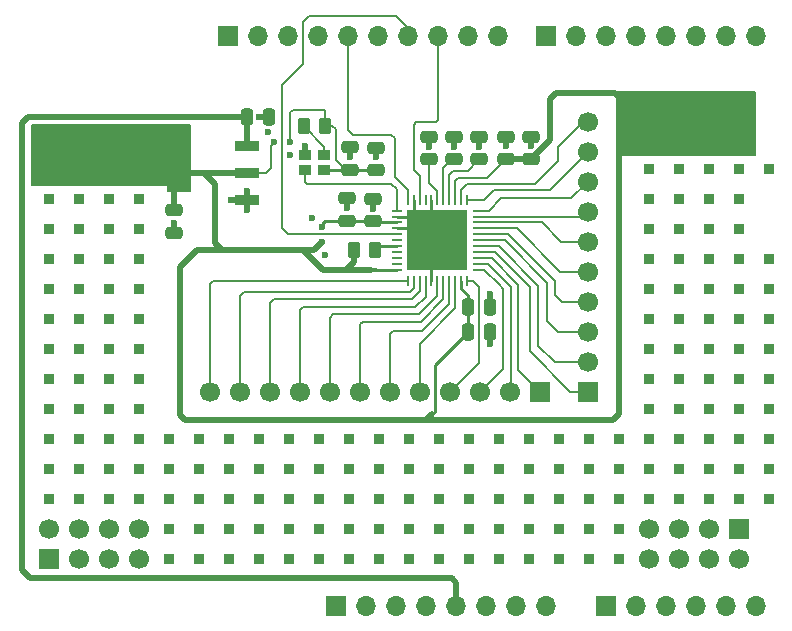
<source format=gbr>
%TF.GenerationSoftware,KiCad,Pcbnew,9.0.4*%
%TF.CreationDate,2025-10-19T02:38:57-06:00*%
%TF.ProjectId,2025_UNO_FPAA_PROTO_A_v1,32303235-5f55-44e4-9f5f-465041415f50,rev?*%
%TF.SameCoordinates,Original*%
%TF.FileFunction,Copper,L1,Top*%
%TF.FilePolarity,Positive*%
%FSLAX46Y46*%
G04 Gerber Fmt 4.6, Leading zero omitted, Abs format (unit mm)*
G04 Created by KiCad (PCBNEW 9.0.4) date 2025-10-19 02:38:57*
%MOMM*%
%LPD*%
G01*
G04 APERTURE LIST*
G04 Aperture macros list*
%AMRoundRect*
0 Rectangle with rounded corners*
0 $1 Rounding radius*
0 $2 $3 $4 $5 $6 $7 $8 $9 X,Y pos of 4 corners*
0 Add a 4 corners polygon primitive as box body*
4,1,4,$2,$3,$4,$5,$6,$7,$8,$9,$2,$3,0*
0 Add four circle primitives for the rounded corners*
1,1,$1+$1,$2,$3*
1,1,$1+$1,$4,$5*
1,1,$1+$1,$6,$7*
1,1,$1+$1,$8,$9*
0 Add four rect primitives between the rounded corners*
20,1,$1+$1,$2,$3,$4,$5,0*
20,1,$1+$1,$4,$5,$6,$7,0*
20,1,$1+$1,$6,$7,$8,$9,0*
20,1,$1+$1,$8,$9,$2,$3,0*%
G04 Aperture macros list end*
%TA.AperFunction,Conductor*%
%ADD10C,0.150000*%
%TD*%
%TA.AperFunction,ComponentPad*%
%ADD11R,1.700000X1.700000*%
%TD*%
%TA.AperFunction,ComponentPad*%
%ADD12O,1.700000X1.700000*%
%TD*%
%TA.AperFunction,ComponentPad*%
%ADD13R,0.850000X0.850000*%
%TD*%
%TA.AperFunction,SMDPad,CuDef*%
%ADD14RoundRect,0.250000X0.475000X-0.250000X0.475000X0.250000X-0.475000X0.250000X-0.475000X-0.250000X0*%
%TD*%
%TA.AperFunction,ComponentPad*%
%ADD15C,1.700000*%
%TD*%
%TA.AperFunction,SMDPad,CuDef*%
%ADD16RoundRect,0.250000X-0.250000X-0.475000X0.250000X-0.475000X0.250000X0.475000X-0.250000X0.475000X0*%
%TD*%
%TA.AperFunction,SMDPad,CuDef*%
%ADD17R,1.000000X0.900000*%
%TD*%
%TA.AperFunction,SMDPad,CuDef*%
%ADD18RoundRect,0.062500X0.062500X-0.375000X0.062500X0.375000X-0.062500X0.375000X-0.062500X-0.375000X0*%
%TD*%
%TA.AperFunction,SMDPad,CuDef*%
%ADD19RoundRect,0.062500X0.375000X-0.062500X0.375000X0.062500X-0.375000X0.062500X-0.375000X-0.062500X0*%
%TD*%
%TA.AperFunction,HeatsinkPad*%
%ADD20R,5.150000X5.150000*%
%TD*%
%TA.AperFunction,SMDPad,CuDef*%
%ADD21RoundRect,0.250000X-0.262500X-0.450000X0.262500X-0.450000X0.262500X0.450000X-0.262500X0.450000X0*%
%TD*%
%TA.AperFunction,SMDPad,CuDef*%
%ADD22R,2.150000X0.950000*%
%TD*%
%TA.AperFunction,SMDPad,CuDef*%
%ADD23R,2.150000X3.250000*%
%TD*%
%TA.AperFunction,SMDPad,CuDef*%
%ADD24RoundRect,0.250000X0.262500X0.450000X-0.262500X0.450000X-0.262500X-0.450000X0.262500X-0.450000X0*%
%TD*%
%TA.AperFunction,SMDPad,CuDef*%
%ADD25RoundRect,0.250000X-0.475000X0.250000X-0.475000X-0.250000X0.475000X-0.250000X0.475000X0.250000X0*%
%TD*%
%TA.AperFunction,ViaPad*%
%ADD26C,0.600000*%
%TD*%
%TA.AperFunction,Conductor*%
%ADD27C,0.254000*%
%TD*%
%TA.AperFunction,Conductor*%
%ADD28C,0.508000*%
%TD*%
%TA.AperFunction,Conductor*%
%ADD29C,0.203200*%
%TD*%
%TA.AperFunction,Conductor*%
%ADD30C,0.304800*%
%TD*%
G04 APERTURE END LIST*
%TO.N,+3V3*%
D10*
X102220000Y-56750000D02*
X115530000Y-56750000D01*
X115530000Y-61820000D01*
X102220000Y-61820000D01*
X102220000Y-56750000D01*
%TA.AperFunction,Conductor*%
G36*
X102220000Y-56750000D02*
G01*
X115530000Y-56750000D01*
X115530000Y-61820000D01*
X102220000Y-61820000D01*
X102220000Y-56750000D01*
G37*
%TD.AperFunction*%
X151690000Y-53980000D02*
X163400000Y-53980000D01*
X163400000Y-59280000D01*
X151690000Y-59280000D01*
X151690000Y-53980000D01*
%TA.AperFunction,Conductor*%
G36*
X151690000Y-53980000D02*
G01*
X163400000Y-53980000D01*
X163400000Y-59280000D01*
X151690000Y-59280000D01*
X151690000Y-53980000D01*
G37*
%TD.AperFunction*%
%TD*%
D11*
%TO.P,J1,1,Pin_1*%
%TO.N,unconnected-(J1-Pin_1-Pad1)*%
X127940000Y-97460000D03*
D12*
%TO.P,J1,2,Pin_2*%
%TO.N,unconnected-(J1-Pin_2-Pad2)*%
X130480000Y-97460000D03*
%TO.P,J1,3,Pin_3*%
%TO.N,unconnected-(J1-Pin_3-Pad3)*%
X133020000Y-97460000D03*
%TO.P,J1,4,Pin_4*%
%TO.N,unconnected-(J1-Pin_4-Pad4)*%
X135560000Y-97460000D03*
%TO.P,J1,5,Pin_5*%
%TO.N,+5V*%
X138100000Y-97460000D03*
%TO.P,J1,6,Pin_6*%
%TO.N,GND*%
X140640000Y-97460000D03*
%TO.P,J1,7,Pin_7*%
X143180000Y-97460000D03*
%TO.P,J1,8,Pin_8*%
%TO.N,VCC*%
X145720000Y-97460000D03*
%TD*%
D11*
%TO.P,J3,1,Pin_1*%
%TO.N,unconnected-(J3-Pin_1-Pad1)*%
X150800000Y-97460000D03*
D12*
%TO.P,J3,2,Pin_2*%
%TO.N,unconnected-(J3-Pin_2-Pad2)*%
X153340000Y-97460000D03*
%TO.P,J3,3,Pin_3*%
%TO.N,unconnected-(J3-Pin_3-Pad3)*%
X155880000Y-97460000D03*
%TO.P,J3,4,Pin_4*%
%TO.N,unconnected-(J3-Pin_4-Pad4)*%
X158420000Y-97460000D03*
%TO.P,J3,5,Pin_5*%
%TO.N,unconnected-(J3-Pin_5-Pad5)*%
X160960000Y-97460000D03*
%TO.P,J3,6,Pin_6*%
%TO.N,unconnected-(J3-Pin_6-Pad6)*%
X163500000Y-97460000D03*
%TD*%
D11*
%TO.P,J2,1,Pin_1*%
%TO.N,unconnected-(J2-Pin_1-Pad1)*%
X118796000Y-49200000D03*
D12*
%TO.P,J2,2,Pin_2*%
%TO.N,unconnected-(J2-Pin_2-Pad2)*%
X121336000Y-49200000D03*
%TO.P,J2,3,Pin_3*%
%TO.N,unconnected-(J2-Pin_3-Pad3)*%
X123876000Y-49200000D03*
%TO.P,J2,4,Pin_4*%
%TO.N,GND*%
X126416000Y-49200000D03*
%TO.P,J2,5,Pin_5*%
%TO.N,/SCLK*%
X128956000Y-49200000D03*
%TO.P,J2,6,Pin_6*%
%TO.N,unconnected-(J2-Pin_6-Pad6)*%
X131496000Y-49200000D03*
%TO.P,J2,7,Pin_7*%
%TO.N,/MOSI*%
X134036000Y-49200000D03*
%TO.P,J2,8,Pin_8*%
%TO.N,/SELb*%
X136576000Y-49200000D03*
%TO.P,J2,9,Pin_9*%
%TO.N,unconnected-(J2-Pin_9-Pad9)*%
X139116000Y-49200000D03*
%TO.P,J2,10,Pin_10*%
%TO.N,unconnected-(J2-Pin_10-Pad10)*%
X141656000Y-49200000D03*
%TD*%
D11*
%TO.P,J4,1,Pin_1*%
%TO.N,unconnected-(J4-Pin_1-Pad1)*%
X145720000Y-49200000D03*
D12*
%TO.P,J4,2,Pin_2*%
%TO.N,unconnected-(J4-Pin_2-Pad2)*%
X148260000Y-49200000D03*
%TO.P,J4,3,Pin_3*%
%TO.N,unconnected-(J4-Pin_3-Pad3)*%
X150800000Y-49200000D03*
%TO.P,J4,4,Pin_4*%
%TO.N,unconnected-(J4-Pin_4-Pad4)*%
X153340000Y-49200000D03*
%TO.P,J4,5,Pin_5*%
%TO.N,unconnected-(J4-Pin_5-Pad5)*%
X155880000Y-49200000D03*
%TO.P,J4,6,Pin_6*%
%TO.N,unconnected-(J4-Pin_6-Pad6)*%
X158420000Y-49200000D03*
%TO.P,J4,7,Pin_7*%
%TO.N,unconnected-(J4-Pin_7-Pad7)*%
X160960000Y-49200000D03*
%TO.P,J4,8,Pin_8*%
%TO.N,unconnected-(J4-Pin_8-Pad8)*%
X163500000Y-49200000D03*
%TD*%
D13*
%TO.P,REF\u002A\u002A203,1*%
%TO.N,N/C*%
X106140000Y-68060000D03*
%TD*%
%TO.P,REF\u002A\u002A197,1*%
%TO.N,N/C*%
X111220000Y-62980000D03*
%TD*%
%TO.P,REF\u002A\u002A183,1*%
%TO.N,N/C*%
X164560000Y-80760000D03*
%TD*%
D14*
%TO.P,C12,1*%
%TO.N,+3V3*%
X131320000Y-60550000D03*
%TO.P,C12,2*%
%TO.N,GND*%
X131320000Y-58650000D03*
%TD*%
D13*
%TO.P,REF\u002A\u002A199,1*%
%TO.N,N/C*%
X106140000Y-65520000D03*
%TD*%
%TO.P,REF\u002A\u002A40,1*%
%TO.N,N/C*%
X139160000Y-85840000D03*
%TD*%
D14*
%TO.P,C8,1*%
%TO.N,+3V3*%
X144450000Y-59640000D03*
%TO.P,C8,2*%
%TO.N,GND*%
X144450000Y-57740000D03*
%TD*%
D13*
%TO.P,REF\u002A\u002A5,1*%
%TO.N,N/C*%
X113760000Y-83300000D03*
%TD*%
%TO.P,REF\u002A\u002A181,1*%
%TO.N,N/C*%
X159480000Y-80760000D03*
%TD*%
%TO.P,REF\u002A\u002A42,1*%
%TO.N,N/C*%
X144240000Y-85840000D03*
%TD*%
%TO.P,REF\u002A\u002A174,1*%
%TO.N,N/C*%
X154400000Y-78220000D03*
%TD*%
%TO.P,REF\u002A\u002A87,1*%
%TO.N,N/C*%
X131540000Y-90920000D03*
%TD*%
%TO.P,REF\u002A\u002A74,1*%
%TO.N,N/C*%
X162020000Y-88380000D03*
%TD*%
%TO.P,REF\u002A\u002A95,1*%
%TO.N,N/C*%
X151860000Y-90920000D03*
%TD*%
%TO.P,REF\u002A\u002A156,1*%
%TO.N,N/C*%
X159480000Y-68060000D03*
%TD*%
%TO.P,REF\u002A\u002A225,1*%
%TO.N,N/C*%
X111220000Y-80760000D03*
%TD*%
%TO.P,REF\u002A\u002A222,1*%
%TO.N,N/C*%
X103600000Y-80760000D03*
%TD*%
D11*
%TO.P,J9,1,Pin_1*%
%TO.N,GND*%
X162020000Y-90920000D03*
D15*
%TO.P,J9,2,Pin_2*%
X162020000Y-93460000D03*
%TO.P,J9,3,Pin_3*%
X159480000Y-90920000D03*
%TO.P,J9,4,Pin_4*%
X159480000Y-93460000D03*
%TO.P,J9,5,Pin_5*%
X156940000Y-90920000D03*
%TO.P,J9,6,Pin_6*%
X156940000Y-93460000D03*
%TO.P,J9,7,Pin_7*%
X154400000Y-90920000D03*
%TO.P,J9,8,Pin_8*%
X154400000Y-93460000D03*
%TD*%
D13*
%TO.P,REF\u002A\u002A92,1*%
%TO.N,N/C*%
X144240000Y-90920000D03*
%TD*%
%TO.P,REF\u002A\u002A33,1*%
%TO.N,N/C*%
X121380000Y-85840000D03*
%TD*%
D16*
%TO.P,C4,1*%
%TO.N,+3V3*%
X139090000Y-72110000D03*
%TO.P,C4,2*%
%TO.N,GND*%
X140990000Y-72110000D03*
%TD*%
D13*
%TO.P,REF\u002A\u002A66,1*%
%TO.N,N/C*%
X141700000Y-88380000D03*
%TD*%
%TO.P,REF\u002A\u002A28,1*%
%TO.N,N/C*%
X108680000Y-85840000D03*
%TD*%
%TO.P,REF\u002A\u002A119,1*%
%TO.N,N/C*%
X149320000Y-93460000D03*
%TD*%
%TO.P,REF\u002A\u002A142,1*%
%TO.N,N/C*%
X162020000Y-60440000D03*
%TD*%
%TO.P,REF\u002A\u002A64,1*%
%TO.N,N/C*%
X136620000Y-88380000D03*
%TD*%
%TO.P,REF\u002A\u002A44,1*%
%TO.N,N/C*%
X149320000Y-85840000D03*
%TD*%
%TO.P,REF\u002A\u002A152,1*%
%TO.N,N/C*%
X162020000Y-65520000D03*
%TD*%
%TO.P,REF\u002A\u002A93,1*%
%TO.N,N/C*%
X146780000Y-90920000D03*
%TD*%
%TO.P,REF\u002A\u002A13,1*%
%TO.N,N/C*%
X134080000Y-83300000D03*
%TD*%
%TO.P,REF\u002A\u002A29,1*%
%TO.N,N/C*%
X111220000Y-85840000D03*
%TD*%
D11*
%TO.P,J12,1,Pin_1*%
%TO.N,/O3P*%
X145190000Y-79340000D03*
D15*
%TO.P,J12,2,Pin_2*%
%TO.N,/O3N*%
X142650000Y-79340000D03*
%TO.P,J12,3,Pin_3*%
%TO.N,/I3N*%
X140110000Y-79340000D03*
%TO.P,J12,4,Pin_4*%
%TO.N,/I3P*%
X137570000Y-79340000D03*
%TO.P,J12,5,Pin_5*%
%TO.N,/I2P*%
X135030000Y-79340000D03*
%TO.P,J12,6,Pin_6*%
%TO.N,/I2N*%
X132490000Y-79340000D03*
%TO.P,J12,7,Pin_7*%
%TO.N,/O2N*%
X129950000Y-79340000D03*
%TO.P,J12,8,Pin_8*%
%TO.N,/O2P*%
X127410000Y-79340000D03*
%TO.P,J12,9,Pin_9*%
%TO.N,/O1P*%
X124870000Y-79340000D03*
%TO.P,J12,10,Pin_10*%
%TO.N,/O1N*%
X122330000Y-79340000D03*
%TO.P,J12,11,Pin_11*%
%TO.N,/I1N*%
X119790000Y-79340000D03*
%TO.P,J12,12,Pin_12*%
%TO.N,/I1P*%
X117250000Y-79340000D03*
%TD*%
D13*
%TO.P,REF\u002A\u002A223,1*%
%TO.N,N/C*%
X106140000Y-80760000D03*
%TD*%
%TO.P,REF\u002A\u002A81,1*%
%TO.N,N/C*%
X116300000Y-90920000D03*
%TD*%
%TO.P,REF\u002A\u002A218,1*%
%TO.N,N/C*%
X103600000Y-78220000D03*
%TD*%
%TO.P,REF\u002A\u002A201,1*%
%TO.N,N/C*%
X111220000Y-65520000D03*
%TD*%
%TO.P,REF\u002A\u002A204,1*%
%TO.N,N/C*%
X108680000Y-68060000D03*
%TD*%
%TO.P,REF\u002A\u002A11,1*%
%TO.N,N/C*%
X129000000Y-83300000D03*
%TD*%
D16*
%TO.P,C9,1*%
%TO.N,+3V3*%
X139090000Y-74240000D03*
%TO.P,C9,2*%
%TO.N,GND*%
X140990000Y-74240000D03*
%TD*%
D13*
%TO.P,REF\u002A\u002A151,1*%
%TO.N,N/C*%
X159480000Y-65520000D03*
%TD*%
D17*
%TO.P,Y2,1,TRI_STATE*%
%TO.N,Net-(Y2-TRI_STATE)*%
X126945000Y-59315000D03*
%TO.P,Y2,2,GND/CASE*%
%TO.N,GND*%
X125320000Y-59315000D03*
%TO.P,Y2,3,OUTPUT*%
%TO.N,/ACLK*%
X125320000Y-60540000D03*
%TO.P,Y2,4,VDD*%
%TO.N,+3V3*%
X126945000Y-60540000D03*
%TD*%
D18*
%TO.P,U2,1,I1P*%
%TO.N,/I1P*%
X134005000Y-69932500D03*
%TO.P,U2,2,I1N*%
%TO.N,/I1N*%
X134505000Y-69932500D03*
%TO.P,U2,3,O1N*%
%TO.N,/O1N*%
X135005000Y-69932500D03*
%TO.P,U2,4,O1P*%
%TO.N,/O1P*%
X135505000Y-69932500D03*
%TO.P,U2,5,AVSS*%
%TO.N,GND*%
X136005000Y-69932500D03*
%TO.P,U2,6,O2P*%
%TO.N,/O2P*%
X136505000Y-69932500D03*
%TO.P,U2,7,O2N*%
%TO.N,/O2N*%
X137005000Y-69932500D03*
%TO.P,U2,8,I2N*%
%TO.N,/I2N*%
X137505000Y-69932500D03*
%TO.P,U2,9,I2P*%
%TO.N,/I2P*%
X138005000Y-69932500D03*
%TO.P,U2,10,AVDD*%
%TO.N,+3V3*%
X138505000Y-69932500D03*
%TO.P,U2,11,I3P*%
%TO.N,/I3P*%
X139005000Y-69932500D03*
D19*
%TO.P,U2,12,I3N*%
%TO.N,/I3N*%
X139942500Y-68995000D03*
%TO.P,U2,13,O3N*%
%TO.N,/O3N*%
X139942500Y-68495000D03*
%TO.P,U2,14,O3P*%
%TO.N,/O3P*%
X139942500Y-67995000D03*
%TO.P,U2,15,IO5P*%
%TO.N,/IO5P*%
X139942500Y-67495000D03*
%TO.P,U2,16,IO5N*%
%TO.N,/IO5N*%
X139942500Y-66995000D03*
%TO.P,U2,17,IO6P*%
%TO.N,/IO6P*%
X139942500Y-66495000D03*
%TO.P,U2,18,IO6N*%
%TO.N,/IO6N*%
X139942500Y-65995000D03*
%TO.P,U2,19,IO7P*%
%TO.N,/IO7P*%
X139942500Y-65495000D03*
%TO.P,U2,20,IO7N*%
%TO.N,/IO7N*%
X139942500Y-64995000D03*
%TO.P,U2,21,O4P*%
%TO.N,/O4P*%
X139942500Y-64495000D03*
%TO.P,U2,22,O4N*%
%TO.N,/O4N*%
X139942500Y-63995000D03*
D18*
%TO.P,U2,23,I4N*%
%TO.N,/I4N*%
X139005000Y-63057500D03*
%TO.P,U2,24,I4P*%
%TO.N,/I4P*%
X138505000Y-63057500D03*
%TO.P,U2,25,BVDD*%
%TO.N,+3V3*%
X138005000Y-63057500D03*
%TO.P,U2,26,VREFP*%
%TO.N,/VREFP*%
X137505000Y-63057500D03*
%TO.P,U2,27,VMR*%
%TO.N,/VMR*%
X137005000Y-63057500D03*
%TO.P,U2,28,VREFN*%
%TO.N,/VREFN*%
X136505000Y-63057500D03*
%TO.P,U2,29,BVSS*%
%TO.N,GND*%
X136005000Y-63057500D03*
%TO.P,U2,30,CFGFLGGb*%
%TO.N,unconnected-(U2-CFGFLGGb-Pad30)*%
X135505000Y-63057500D03*
%TO.P,U2,31,CS2b*%
%TO.N,/SELb*%
X135005000Y-63057500D03*
%TO.P,U2,32,CS1b*%
%TO.N,GND*%
X134505000Y-63057500D03*
%TO.P,U2,33,SCLK*%
%TO.N,/SCLK*%
X134005000Y-63057500D03*
D19*
%TO.P,U2,34,ACLK*%
%TO.N,/ACLK*%
X133067500Y-63995000D03*
%TO.P,U2,35,MODE*%
%TO.N,GND*%
X133067500Y-64495000D03*
%TO.P,U2,36,DVDD*%
%TO.N,+3V3*%
X133067500Y-64995000D03*
%TO.P,U2,37,DVSS*%
%TO.N,GND*%
X133067500Y-65495000D03*
%TO.P,U2,38,SI*%
%TO.N,/MOSI*%
X133067500Y-65995000D03*
%TO.P,U2,39,LCCb*%
%TO.N,unconnected-(U2-LCCb-Pad39)*%
X133067500Y-66495000D03*
%TO.P,U2,40,ERRb*%
%TO.N,Net-(U2-ERRb)*%
X133067500Y-66995000D03*
%TO.P,U2,41,ACTIVATE*%
%TO.N,unconnected-(U2-ACTIVATE-Pad41)*%
X133067500Y-67495000D03*
%TO.P,U2,42,MEMCLK*%
%TO.N,unconnected-(U2-MEMCLK-Pad42)*%
X133067500Y-67995000D03*
%TO.P,U2,43,SO*%
%TO.N,unconnected-(U2-SO-Pad43)*%
X133067500Y-68495000D03*
%TO.P,U2,44,RESETb*%
%TO.N,+3V3*%
X133067500Y-68995000D03*
D20*
%TO.P,U2,45,GND*%
%TO.N,GND*%
X136505000Y-66495000D03*
%TD*%
D13*
%TO.P,REF\u002A\u002A35,1*%
%TO.N,N/C*%
X126460000Y-85840000D03*
%TD*%
%TO.P,REF\u002A\u002A10,1*%
%TO.N,N/C*%
X126460000Y-83300000D03*
%TD*%
%TO.P,REF\u002A\u002A110,1*%
%TO.N,N/C*%
X126460000Y-93460000D03*
%TD*%
%TO.P,REF\u002A\u002A45,1*%
%TO.N,N/C*%
X151860000Y-85840000D03*
%TD*%
%TO.P,REF\u002A\u002A16,1*%
%TO.N,N/C*%
X141700000Y-83300000D03*
%TD*%
%TO.P,REF\u002A\u002A172,1*%
%TO.N,N/C*%
X162020000Y-75680000D03*
%TD*%
%TO.P,REF\u002A\u002A80,1*%
%TO.N,N/C*%
X113760000Y-90920000D03*
%TD*%
%TO.P,REF\u002A\u002A3,1*%
%TO.N,N/C*%
X108680000Y-83300000D03*
%TD*%
%TO.P,REF\u002A\u002A215,1*%
%TO.N,N/C*%
X106140000Y-75680000D03*
%TD*%
%TO.P,REF\u002A\u002A166,1*%
%TO.N,N/C*%
X159480000Y-73140000D03*
%TD*%
%TO.P,REF\u002A\u002A89,1*%
%TO.N,N/C*%
X136620000Y-90920000D03*
%TD*%
%TO.P,REF\u002A\u002A182,1*%
%TO.N,N/C*%
X162020000Y-80760000D03*
%TD*%
%TO.P,REF\u002A\u002A158,1*%
%TO.N,N/C*%
X164560000Y-68060000D03*
%TD*%
%TO.P,REF\u002A\u002A171,1*%
%TO.N,N/C*%
X159480000Y-75680000D03*
%TD*%
%TO.P,REF\u002A\u002A150,1*%
%TO.N,N/C*%
X156940000Y-65520000D03*
%TD*%
%TO.P,REF\u002A\u002A211,1*%
%TO.N,N/C*%
X106140000Y-73140000D03*
%TD*%
%TO.P,REF\u002A\u002A71,1*%
%TO.N,N/C*%
X154400000Y-88380000D03*
%TD*%
%TO.P,REF\u002A\u002A164,1*%
%TO.N,N/C*%
X154400000Y-73140000D03*
%TD*%
%TO.P,REF\u002A\u002A58,1*%
%TO.N,N/C*%
X121380000Y-88380000D03*
%TD*%
%TO.P,REF\u002A\u002A140,1*%
%TO.N,N/C*%
X156940000Y-60440000D03*
%TD*%
%TO.P,REF\u002A\u002A65,1*%
%TO.N,N/C*%
X139160000Y-88380000D03*
%TD*%
%TO.P,REF\u002A\u002A20,1*%
%TO.N,N/C*%
X151860000Y-83300000D03*
%TD*%
%TO.P,REF\u002A\u002A85,1*%
%TO.N,N/C*%
X126460000Y-90920000D03*
%TD*%
D14*
%TO.P,C14,1*%
%TO.N,/VREFP*%
X140050000Y-59660000D03*
%TO.P,C14,2*%
%TO.N,GND*%
X140050000Y-57760000D03*
%TD*%
D13*
%TO.P,REF\u002A\u002A105,1*%
%TO.N,N/C*%
X113760000Y-93460000D03*
%TD*%
%TO.P,REF\u002A\u002A118,1*%
%TO.N,N/C*%
X146780000Y-93460000D03*
%TD*%
%TO.P,REF\u002A\u002A7,1*%
%TO.N,N/C*%
X118840000Y-83300000D03*
%TD*%
%TO.P,REF\u002A\u002A159,1*%
%TO.N,N/C*%
X154400000Y-70600000D03*
%TD*%
%TO.P,REF\u002A\u002A68,1*%
%TO.N,N/C*%
X146780000Y-88380000D03*
%TD*%
%TO.P,REF\u002A\u002A6,1*%
%TO.N,N/C*%
X116300000Y-83300000D03*
%TD*%
%TO.P,REF\u002A\u002A75,1*%
%TO.N,N/C*%
X164560000Y-88380000D03*
%TD*%
%TO.P,REF\u002A\u002A162,1*%
%TO.N,N/C*%
X162020000Y-70600000D03*
%TD*%
D21*
%TO.P,R2,1*%
%TO.N,Net-(Y2-TRI_STATE)*%
X125207500Y-56820000D03*
%TO.P,R2,2*%
%TO.N,+3V3*%
X127032500Y-56820000D03*
%TD*%
D13*
%TO.P,REF\u002A\u002A170,1*%
%TO.N,N/C*%
X156940000Y-75680000D03*
%TD*%
%TO.P,REF\u002A\u002A67,1*%
%TO.N,N/C*%
X144240000Y-88380000D03*
%TD*%
%TO.P,REF\u002A\u002A167,1*%
%TO.N,N/C*%
X162020000Y-73140000D03*
%TD*%
%TO.P,REF\u002A\u002A37,1*%
%TO.N,N/C*%
X131540000Y-85840000D03*
%TD*%
%TO.P,REF\u002A\u002A216,1*%
%TO.N,N/C*%
X108680000Y-75680000D03*
%TD*%
%TO.P,REF\u002A\u002A63,1*%
%TO.N,N/C*%
X134080000Y-88380000D03*
%TD*%
%TO.P,REF\u002A\u002A51,1*%
%TO.N,N/C*%
X103600000Y-88380000D03*
%TD*%
%TO.P,REF\u002A\u002A70,1*%
%TO.N,N/C*%
X151860000Y-88380000D03*
%TD*%
%TO.P,REF\u002A\u002A149,1*%
%TO.N,N/C*%
X154400000Y-65520000D03*
%TD*%
D14*
%TO.P,C5,1*%
%TO.N,+3V3*%
X142290000Y-59640000D03*
%TO.P,C5,2*%
%TO.N,GND*%
X142290000Y-57740000D03*
%TD*%
D13*
%TO.P,REF\u002A\u002A14,1*%
%TO.N,N/C*%
X136620000Y-83300000D03*
%TD*%
%TO.P,REF\u002A\u002A177,1*%
%TO.N,N/C*%
X162020000Y-78220000D03*
%TD*%
D14*
%TO.P,C7,1*%
%TO.N,+3V3*%
X131020000Y-64910000D03*
%TO.P,C7,2*%
%TO.N,GND*%
X131020000Y-63010000D03*
%TD*%
D13*
%TO.P,REF\u002A\u002A50,1*%
%TO.N,N/C*%
X164560000Y-85840000D03*
%TD*%
%TO.P,REF\u002A\u002A12,1*%
%TO.N,N/C*%
X131540000Y-83300000D03*
%TD*%
%TO.P,REF\u002A\u002A88,1*%
%TO.N,N/C*%
X134080000Y-90920000D03*
%TD*%
%TO.P,REF\u002A\u002A91,1*%
%TO.N,N/C*%
X141700000Y-90920000D03*
%TD*%
%TO.P,REF\u002A\u002A15,1*%
%TO.N,N/C*%
X139160000Y-83300000D03*
%TD*%
%TO.P,REF\u002A\u002A176,1*%
%TO.N,N/C*%
X159480000Y-78220000D03*
%TD*%
%TO.P,REF\u002A\u002A139,1*%
%TO.N,N/C*%
X154400000Y-60440000D03*
%TD*%
%TO.P,REF\u002A\u002A173,1*%
%TO.N,N/C*%
X164560000Y-75680000D03*
%TD*%
%TO.P,REF\u002A\u002A31,1*%
%TO.N,N/C*%
X116300000Y-85840000D03*
%TD*%
%TO.P,REF\u002A\u002A141,1*%
%TO.N,N/C*%
X159480000Y-60440000D03*
%TD*%
%TO.P,REF\u002A\u002A73,1*%
%TO.N,N/C*%
X159480000Y-88380000D03*
%TD*%
%TO.P,REF\u002A\u002A25,1*%
%TO.N,N/C*%
X164560000Y-83300000D03*
%TD*%
D22*
%TO.P,U3,1,ADJ/GND*%
%TO.N,GND*%
X120430000Y-63130000D03*
%TO.P,U3,2,OUT*%
%TO.N,+3V3*%
X120430000Y-60830000D03*
%TO.P,U3,3,IN*%
%TO.N,+5V*%
X120430000Y-58530000D03*
D23*
%TO.P,U3,4,OUT__1*%
%TO.N,+3V3*%
X114630000Y-60830000D03*
%TD*%
D13*
%TO.P,REF\u002A\u002A38,1*%
%TO.N,N/C*%
X134080000Y-85840000D03*
%TD*%
%TO.P,REF\u002A\u002A17,1*%
%TO.N,N/C*%
X144240000Y-83300000D03*
%TD*%
D11*
%TO.P,J6,1,Pin_1*%
%TO.N,+3V3*%
X103600000Y-60440000D03*
D15*
%TO.P,J6,2,Pin_2*%
X103600000Y-57900000D03*
%TO.P,J6,3,Pin_3*%
X106140000Y-60440000D03*
%TO.P,J6,4,Pin_4*%
X106140000Y-57900000D03*
%TO.P,J6,5,Pin_5*%
X108680000Y-60440000D03*
%TO.P,J6,6,Pin_6*%
X108680000Y-57900000D03*
%TO.P,J6,7,Pin_7*%
X111220000Y-60440000D03*
%TO.P,J6,8,Pin_8*%
X111220000Y-57900000D03*
%TD*%
D13*
%TO.P,REF\u002A\u002A21,1*%
%TO.N,N/C*%
X154400000Y-83300000D03*
%TD*%
%TO.P,REF\u002A\u002A39,1*%
%TO.N,N/C*%
X136620000Y-85840000D03*
%TD*%
%TO.P,REF\u002A\u002A179,1*%
%TO.N,N/C*%
X154400000Y-80760000D03*
%TD*%
%TO.P,REF\u002A\u002A59,1*%
%TO.N,N/C*%
X123920000Y-88380000D03*
%TD*%
%TO.P,REF\u002A\u002A106,1*%
%TO.N,N/C*%
X116300000Y-93460000D03*
%TD*%
%TO.P,REF\u002A\u002A8,1*%
%TO.N,N/C*%
X121380000Y-83300000D03*
%TD*%
%TO.P,REF\u002A\u002A84,1*%
%TO.N,N/C*%
X123920000Y-90920000D03*
%TD*%
%TO.P,REF\u002A\u002A180,1*%
%TO.N,N/C*%
X156940000Y-80760000D03*
%TD*%
%TO.P,REF\u002A\u002A208,1*%
%TO.N,N/C*%
X108680000Y-70600000D03*
%TD*%
%TO.P,REF\u002A\u002A30,1*%
%TO.N,N/C*%
X113760000Y-85840000D03*
%TD*%
%TO.P,REF\u002A\u002A9,1*%
%TO.N,N/C*%
X123920000Y-83300000D03*
%TD*%
%TO.P,REF\u002A\u002A72,1*%
%TO.N,N/C*%
X156940000Y-88380000D03*
%TD*%
D14*
%TO.P,C11,1*%
%TO.N,/VMR*%
X137930000Y-59660000D03*
%TO.P,C11,2*%
%TO.N,GND*%
X137930000Y-57760000D03*
%TD*%
D13*
%TO.P,REF\u002A\u002A114,1*%
%TO.N,N/C*%
X136620000Y-93460000D03*
%TD*%
%TO.P,REF\u002A\u002A109,1*%
%TO.N,N/C*%
X123920000Y-93460000D03*
%TD*%
%TO.P,REF\u002A\u002A115,1*%
%TO.N,N/C*%
X139160000Y-93460000D03*
%TD*%
%TO.P,REF\u002A\u002A198,1*%
%TO.N,N/C*%
X103600000Y-65520000D03*
%TD*%
%TO.P,REF\u002A\u002A60,1*%
%TO.N,N/C*%
X126460000Y-88380000D03*
%TD*%
%TO.P,REF\u002A\u002A2,1*%
%TO.N,N/C*%
X106140000Y-83300000D03*
%TD*%
%TO.P,REF\u002A\u002A18,1*%
%TO.N,N/C*%
X146780000Y-83300000D03*
%TD*%
%TO.P,REF\u002A\u002A213,1*%
%TO.N,N/C*%
X111220000Y-73140000D03*
%TD*%
%TO.P,REF\u002A\u002A224,1*%
%TO.N,N/C*%
X108680000Y-80760000D03*
%TD*%
%TO.P,REF\u002A\u002A61,1*%
%TO.N,N/C*%
X129000000Y-88380000D03*
%TD*%
%TO.P,REF\u002A\u002A147,1*%
%TO.N,N/C*%
X162020000Y-62980000D03*
%TD*%
%TO.P,REF\u002A\u002A117,1*%
%TO.N,N/C*%
X144240000Y-93460000D03*
%TD*%
%TO.P,REF\u002A\u002A189,1*%
%TO.N,N/C*%
X154400000Y-85840000D03*
%TD*%
%TO.P,REF\u002A\u002A83,1*%
%TO.N,N/C*%
X121380000Y-90920000D03*
%TD*%
%TO.P,REF\u002A\u002A23,1*%
%TO.N,N/C*%
X159480000Y-83300000D03*
%TD*%
%TO.P,REF\u002A\u002A214,1*%
%TO.N,N/C*%
X103600000Y-75680000D03*
%TD*%
D24*
%TO.P,R3,1*%
%TO.N,Net-(U2-ERRb)*%
X131262500Y-67330000D03*
%TO.P,R3,2*%
%TO.N,+3V3*%
X129437500Y-67330000D03*
%TD*%
D13*
%TO.P,REF\u002A\u002A175,1*%
%TO.N,N/C*%
X156940000Y-78220000D03*
%TD*%
%TO.P,REF\u002A\u002A206,1*%
%TO.N,N/C*%
X103600000Y-70600000D03*
%TD*%
D11*
%TO.P,J7,1,Pin_1*%
%TO.N,+3V3*%
X154400000Y-57900000D03*
D15*
%TO.P,J7,2,Pin_2*%
X154400000Y-55360000D03*
%TO.P,J7,3,Pin_3*%
X156940000Y-57900000D03*
%TO.P,J7,4,Pin_4*%
X156940000Y-55360000D03*
%TO.P,J7,5,Pin_5*%
X159480000Y-57900000D03*
%TO.P,J7,6,Pin_6*%
X159480000Y-55360000D03*
%TO.P,J7,7,Pin_7*%
X162020000Y-57900000D03*
%TO.P,J7,8,Pin_8*%
X162020000Y-55360000D03*
%TD*%
D13*
%TO.P,REF\u002A\u002A108,1*%
%TO.N,N/C*%
X121380000Y-93460000D03*
%TD*%
%TO.P,REF\u002A\u002A86,1*%
%TO.N,N/C*%
X129000000Y-90920000D03*
%TD*%
%TO.P,REF\u002A\u002A32,1*%
%TO.N,N/C*%
X118840000Y-85840000D03*
%TD*%
%TO.P,REF\u002A\u002A41,1*%
%TO.N,N/C*%
X141700000Y-85840000D03*
%TD*%
%TO.P,REF\u002A\u002A82,1*%
%TO.N,N/C*%
X118840000Y-90920000D03*
%TD*%
%TO.P,REF\u002A\u002A4,1*%
%TO.N,N/C*%
X111220000Y-83300000D03*
%TD*%
%TO.P,REF\u002A\u002A161,1*%
%TO.N,N/C*%
X159480000Y-70600000D03*
%TD*%
%TO.P,REF\u002A\u002A111,1*%
%TO.N,N/C*%
X129000000Y-93460000D03*
%TD*%
%TO.P,REF\u002A\u002A34,1*%
%TO.N,N/C*%
X123920000Y-85840000D03*
%TD*%
%TO.P,REF\u002A\u002A194,1*%
%TO.N,N/C*%
X103600000Y-62980000D03*
%TD*%
%TO.P,REF\u002A\u002A196,1*%
%TO.N,N/C*%
X108680000Y-62980000D03*
%TD*%
%TO.P,REF\u002A\u002A112,1*%
%TO.N,N/C*%
X131540000Y-93460000D03*
%TD*%
%TO.P,REF\u002A\u002A217,1*%
%TO.N,N/C*%
X111220000Y-75680000D03*
%TD*%
%TO.P,REF\u002A\u002A26,1*%
%TO.N,N/C*%
X103600000Y-85840000D03*
%TD*%
%TO.P,REF\u002A\u002A94,1*%
%TO.N,N/C*%
X149320000Y-90920000D03*
%TD*%
%TO.P,REF\u002A\u002A209,1*%
%TO.N,N/C*%
X111220000Y-70600000D03*
%TD*%
%TO.P,REF\u002A\u002A157,1*%
%TO.N,N/C*%
X162020000Y-68060000D03*
%TD*%
D14*
%TO.P,C10,1*%
%TO.N,/VREFN*%
X135790000Y-59660000D03*
%TO.P,C10,2*%
%TO.N,GND*%
X135790000Y-57760000D03*
%TD*%
D13*
%TO.P,REF\u002A\u002A169,1*%
%TO.N,N/C*%
X154400000Y-75680000D03*
%TD*%
%TO.P,REF\u002A\u002A210,1*%
%TO.N,N/C*%
X103600000Y-73140000D03*
%TD*%
%TO.P,REF\u002A\u002A1,1*%
%TO.N,N/C*%
X103600000Y-83300000D03*
%TD*%
%TO.P,REF\u002A\u002A200,1*%
%TO.N,N/C*%
X108680000Y-65520000D03*
%TD*%
%TO.P,REF\u002A\u002A219,1*%
%TO.N,N/C*%
X106140000Y-78220000D03*
%TD*%
%TO.P,REF\u002A\u002A19,1*%
%TO.N,N/C*%
X149320000Y-83300000D03*
%TD*%
%TO.P,REF\u002A\u002A220,1*%
%TO.N,N/C*%
X108680000Y-78220000D03*
%TD*%
%TO.P,REF\u002A\u002A120,1*%
%TO.N,N/C*%
X151860000Y-93460000D03*
%TD*%
%TO.P,REF\u002A\u002A212,1*%
%TO.N,N/C*%
X108680000Y-73140000D03*
%TD*%
%TO.P,REF\u002A\u002A143,1*%
%TO.N,N/C*%
X164560000Y-60440000D03*
%TD*%
%TO.P,REF\u002A\u002A178,1*%
%TO.N,N/C*%
X164560000Y-78220000D03*
%TD*%
%TO.P,REF\u002A\u002A52,1*%
%TO.N,N/C*%
X106140000Y-88380000D03*
%TD*%
%TO.P,REF\u002A\u002A155,1*%
%TO.N,N/C*%
X156940000Y-68060000D03*
%TD*%
%TO.P,REF\u002A\u002A27,1*%
%TO.N,N/C*%
X106140000Y-85840000D03*
%TD*%
%TO.P,REF\u002A\u002A144,1*%
%TO.N,N/C*%
X154400000Y-62980000D03*
%TD*%
%TO.P,REF\u002A\u002A116,1*%
%TO.N,N/C*%
X141700000Y-93460000D03*
%TD*%
%TO.P,REF\u002A\u002A205,1*%
%TO.N,N/C*%
X111220000Y-68060000D03*
%TD*%
%TO.P,REF\u002A\u002A160,1*%
%TO.N,N/C*%
X156940000Y-70600000D03*
%TD*%
D11*
%TO.P,J5,1,Pin_1*%
%TO.N,/IO5P*%
X149240000Y-79330000D03*
D15*
%TO.P,J5,2,Pin_2*%
%TO.N,/IO5N*%
X149240000Y-76790000D03*
%TO.P,J5,3,Pin_3*%
%TO.N,/IO6P*%
X149240000Y-74250000D03*
%TO.P,J5,4,Pin_4*%
%TO.N,/IO6N*%
X149240000Y-71710000D03*
%TO.P,J5,5,Pin_5*%
%TO.N,/IO7P*%
X149240000Y-69170000D03*
%TO.P,J5,6,Pin_6*%
%TO.N,/IO7N*%
X149240000Y-66630000D03*
%TO.P,J5,7,Pin_7*%
%TO.N,/O4P*%
X149240000Y-64090000D03*
%TO.P,J5,8,Pin_8*%
%TO.N,/O4N*%
X149240000Y-61550000D03*
%TO.P,J5,9,Pin_9*%
%TO.N,/I4N*%
X149240000Y-59010000D03*
%TO.P,J5,10,Pin_10*%
%TO.N,/I4P*%
X149240000Y-56470000D03*
%TD*%
D13*
%TO.P,REF\u002A\u002A163,1*%
%TO.N,N/C*%
X164560000Y-70600000D03*
%TD*%
%TO.P,REF\u002A\u002A24,1*%
%TO.N,N/C*%
X162020000Y-83300000D03*
%TD*%
%TO.P,REF\u002A\u002A145,1*%
%TO.N,N/C*%
X156940000Y-62980000D03*
%TD*%
%TO.P,REF\u002A\u002A221,1*%
%TO.N,N/C*%
X111220000Y-78220000D03*
%TD*%
%TO.P,REF\u002A\u002A22,1*%
%TO.N,N/C*%
X156940000Y-83300000D03*
%TD*%
D11*
%TO.P,J8,1,Pin_1*%
%TO.N,GND*%
X103600000Y-93460000D03*
D15*
%TO.P,J8,2,Pin_2*%
X103600000Y-90920000D03*
%TO.P,J8,3,Pin_3*%
X106140000Y-93460000D03*
%TO.P,J8,4,Pin_4*%
X106140000Y-90920000D03*
%TO.P,J8,5,Pin_5*%
X108680000Y-93460000D03*
%TO.P,J8,6,Pin_6*%
X108680000Y-90920000D03*
%TO.P,J8,7,Pin_7*%
X111220000Y-93460000D03*
%TO.P,J8,8,Pin_8*%
X111220000Y-90920000D03*
%TD*%
D13*
%TO.P,REF\u002A\u002A62,1*%
%TO.N,N/C*%
X131540000Y-88380000D03*
%TD*%
%TO.P,REF\u002A\u002A113,1*%
%TO.N,N/C*%
X134080000Y-93460000D03*
%TD*%
%TO.P,REF\u002A\u002A202,1*%
%TO.N,N/C*%
X103600000Y-68060000D03*
%TD*%
%TO.P,REF\u002A\u002A165,1*%
%TO.N,N/C*%
X156940000Y-73140000D03*
%TD*%
%TO.P,REF\u002A\u002A168,1*%
%TO.N,N/C*%
X164560000Y-73140000D03*
%TD*%
%TO.P,REF\u002A\u002A54,1*%
%TO.N,N/C*%
X111220000Y-88380000D03*
%TD*%
%TO.P,REF\u002A\u002A107,1*%
%TO.N,N/C*%
X118840000Y-93460000D03*
%TD*%
%TO.P,REF\u002A\u002A56,1*%
%TO.N,N/C*%
X116300000Y-88380000D03*
%TD*%
D14*
%TO.P,C6,1*%
%TO.N,+3V3*%
X128830000Y-64860000D03*
%TO.P,C6,2*%
%TO.N,GND*%
X128830000Y-62960000D03*
%TD*%
D13*
%TO.P,REF\u002A\u002A69,1*%
%TO.N,N/C*%
X149320000Y-88380000D03*
%TD*%
%TO.P,REF\u002A\u002A48,1*%
%TO.N,N/C*%
X159480000Y-85840000D03*
%TD*%
%TO.P,REF\u002A\u002A43,1*%
%TO.N,N/C*%
X146780000Y-85840000D03*
%TD*%
D14*
%TO.P,C13,1*%
%TO.N,+3V3*%
X129070000Y-60520000D03*
%TO.P,C13,2*%
%TO.N,GND*%
X129070000Y-58620000D03*
%TD*%
D13*
%TO.P,REF\u002A\u002A195,1*%
%TO.N,N/C*%
X106140000Y-62980000D03*
%TD*%
D25*
%TO.P,C2,1*%
%TO.N,+3V3*%
X114190000Y-63950000D03*
%TO.P,C2,2*%
%TO.N,GND*%
X114190000Y-65850000D03*
%TD*%
D13*
%TO.P,REF\u002A\u002A36,1*%
%TO.N,N/C*%
X129000000Y-85840000D03*
%TD*%
%TO.P,REF\u002A\u002A53,1*%
%TO.N,N/C*%
X108680000Y-88380000D03*
%TD*%
%TO.P,REF\u002A\u002A57,1*%
%TO.N,N/C*%
X118840000Y-88380000D03*
%TD*%
%TO.P,REF\u002A\u002A55,1*%
%TO.N,N/C*%
X113760000Y-88380000D03*
%TD*%
%TO.P,REF\u002A\u002A90,1*%
%TO.N,N/C*%
X139160000Y-90920000D03*
%TD*%
%TO.P,REF\u002A\u002A154,1*%
%TO.N,N/C*%
X154400000Y-68060000D03*
%TD*%
D16*
%TO.P,C1,1*%
%TO.N,+5V*%
X120355000Y-56100000D03*
%TO.P,C1,2*%
%TO.N,GND*%
X122255000Y-56100000D03*
%TD*%
D13*
%TO.P,REF\u002A\u002A49,1*%
%TO.N,N/C*%
X162020000Y-85840000D03*
%TD*%
%TO.P,REF\u002A\u002A146,1*%
%TO.N,N/C*%
X159480000Y-62980000D03*
%TD*%
%TO.P,REF\u002A\u002A207,1*%
%TO.N,N/C*%
X106140000Y-70600000D03*
%TD*%
%TO.P,REF\u002A\u002A47,1*%
%TO.N,N/C*%
X156940000Y-85840000D03*
%TD*%
D26*
%TO.N,GND*%
X140980000Y-75290000D03*
X137930000Y-58580000D03*
X140050000Y-58580000D03*
X127000000Y-67770000D03*
X131320000Y-59470000D03*
X120425000Y-62320000D03*
X136430000Y-64550000D03*
X119005000Y-63120000D03*
X134570000Y-66250000D03*
X131020000Y-63840000D03*
X135490000Y-66260000D03*
X121435000Y-56100000D03*
X135450000Y-64550000D03*
X138410000Y-66250000D03*
X135790000Y-58580000D03*
X136470000Y-66260000D03*
X135520000Y-67890000D03*
X138370000Y-64540000D03*
X144450000Y-58560000D03*
X125880000Y-64620000D03*
X129070000Y-59450000D03*
X140990000Y-71050000D03*
X120415000Y-63940000D03*
X136500000Y-67890000D03*
X134530000Y-64540000D03*
X138440000Y-67880000D03*
X137430000Y-64530000D03*
X128830000Y-63780000D03*
X134600000Y-67880000D03*
X122140000Y-57300000D03*
X137470000Y-66240000D03*
X142290000Y-58560000D03*
X125320000Y-58540000D03*
X124050000Y-59270000D03*
X137500000Y-67870000D03*
X114180000Y-65030000D03*
%TO.N,+3V3*%
X124070000Y-58190000D03*
X122680000Y-58200000D03*
X126730000Y-65380000D03*
X126740000Y-66660000D03*
%TD*%
D27*
%TO.N,GND*%
X136005000Y-65995000D02*
X136505000Y-66495000D01*
X136005000Y-63057500D02*
X136005000Y-65995000D01*
X134505000Y-64495000D02*
X136505000Y-66495000D01*
X134505000Y-63057500D02*
X134505000Y-64340000D01*
D28*
X140990000Y-72110000D02*
X140990000Y-71050000D01*
X120415000Y-63940000D02*
X120430000Y-63925000D01*
X131020000Y-63840000D02*
X131020000Y-63010000D01*
X140050000Y-58580000D02*
X140050000Y-57760000D01*
X120425000Y-63125000D02*
X120430000Y-63130000D01*
X135790000Y-58580000D02*
X135790000Y-57760000D01*
X129070000Y-59450000D02*
X129070000Y-58620000D01*
X120425000Y-62320000D02*
X120425000Y-63125000D01*
D27*
X133067500Y-65495000D02*
X135505000Y-65495000D01*
D28*
X140980000Y-74250000D02*
X140990000Y-74240000D01*
D27*
X133067500Y-64495000D02*
X134505000Y-64495000D01*
X136005000Y-66995000D02*
X136505000Y-66495000D01*
D28*
X131320000Y-59470000D02*
X131320000Y-58650000D01*
X137930000Y-58580000D02*
X137930000Y-57760000D01*
X119005000Y-63120000D02*
X120420000Y-63120000D01*
X114190000Y-65040000D02*
X114190000Y-65850000D01*
X121435000Y-56100000D02*
X122255000Y-56100000D01*
X142290000Y-58560000D02*
X142290000Y-57740000D01*
D27*
X135505000Y-65495000D02*
X136505000Y-66495000D01*
D28*
X144450000Y-58560000D02*
X144450000Y-57740000D01*
X120430000Y-63925000D02*
X120430000Y-63130000D01*
X120420000Y-63120000D02*
X120430000Y-63130000D01*
X140980000Y-75290000D02*
X140980000Y-74250000D01*
X125320000Y-58540000D02*
X125320000Y-59315000D01*
D27*
X134505000Y-64340000D02*
X134505000Y-64495000D01*
X136005000Y-69932500D02*
X136005000Y-66995000D01*
D28*
X114180000Y-65030000D02*
X114190000Y-65040000D01*
X128830000Y-63780000D02*
X128830000Y-62960000D01*
%TO.N,+5V*%
X101330000Y-56580000D02*
X101330000Y-94450000D01*
X101810000Y-56100000D02*
X101330000Y-56580000D01*
X137720000Y-95110000D02*
X138100000Y-95490000D01*
X120355000Y-56100000D02*
X101810000Y-56100000D01*
X101990000Y-95110000D02*
X137720000Y-95110000D01*
X101330000Y-94450000D02*
X101990000Y-95110000D01*
X120430000Y-58530000D02*
X120355000Y-58455000D01*
X120355000Y-58455000D02*
X120355000Y-56100000D01*
X138100000Y-95490000D02*
X138100000Y-97460000D01*
%TO.N,+3V3*%
X135540000Y-81740000D02*
X136070000Y-81210000D01*
X156940000Y-55360000D02*
X156940000Y-57900000D01*
X111220000Y-57900000D02*
X111220000Y-60440000D01*
D29*
X127032500Y-55582500D02*
X126900000Y-55450000D01*
X140700000Y-61230000D02*
X142290000Y-59640000D01*
X127900000Y-57110000D02*
X127900000Y-59670000D01*
D28*
X135540000Y-81740000D02*
X151360000Y-81740000D01*
D29*
X121960000Y-60830000D02*
X120430000Y-60830000D01*
D28*
X152470000Y-55360000D02*
X151870000Y-55960000D01*
X125130000Y-67330000D02*
X122470000Y-67330000D01*
X106140000Y-57900000D02*
X106140000Y-60440000D01*
D29*
X138005000Y-61485000D02*
X138260000Y-61230000D01*
D28*
X103600000Y-60440000D02*
X106140000Y-60440000D01*
D27*
X133067500Y-64995000D02*
X131105000Y-64995000D01*
X128830000Y-64860000D02*
X127210000Y-64860000D01*
D29*
X138260000Y-61230000D02*
X140700000Y-61230000D01*
D27*
X126730000Y-65150000D02*
X126730000Y-65380000D01*
D28*
X108680000Y-60440000D02*
X111220000Y-60440000D01*
X116740000Y-60830000D02*
X114630000Y-60830000D01*
D27*
X131300000Y-69000000D02*
X131910000Y-69000000D01*
D29*
X128750000Y-60520000D02*
X129070000Y-60520000D01*
D28*
X146050000Y-54560000D02*
X146050000Y-58040000D01*
X113990000Y-57900000D02*
X114630000Y-58540000D01*
X130910000Y-69000000D02*
X128690000Y-69000000D01*
X146570000Y-54040000D02*
X146050000Y-54560000D01*
X118300000Y-67330000D02*
X116150000Y-67330000D01*
X125130000Y-67330000D02*
X126070000Y-67330000D01*
X151870000Y-54380000D02*
X151530000Y-54040000D01*
D29*
X122380000Y-58500000D02*
X122380000Y-60410000D01*
D28*
X162020000Y-57900000D02*
X162020000Y-55360000D01*
D29*
X124260000Y-55450000D02*
X124160000Y-55550000D01*
D28*
X114630000Y-58540000D02*
X114630000Y-60830000D01*
D27*
X138505000Y-70585000D02*
X139090000Y-71170000D01*
D28*
X115140000Y-81740000D02*
X135540000Y-81740000D01*
X103600000Y-57900000D02*
X106140000Y-57900000D01*
D29*
X126900000Y-55450000D02*
X124260000Y-55450000D01*
X122380000Y-60410000D02*
X121960000Y-60830000D01*
D28*
X116150000Y-67330000D02*
X114680000Y-68800000D01*
X126800000Y-69000000D02*
X125130000Y-67330000D01*
X111220000Y-60440000D02*
X114240000Y-60440000D01*
D29*
X127032500Y-56820000D02*
X127032500Y-55582500D01*
D28*
X159480000Y-55360000D02*
X156940000Y-55360000D01*
X156940000Y-57900000D02*
X154400000Y-57900000D01*
X154400000Y-57900000D02*
X152400000Y-57900000D01*
D27*
X131910000Y-69000000D02*
X131915000Y-68995000D01*
X127020000Y-64860000D02*
X126950000Y-64930000D01*
X138505000Y-69932500D02*
X138505000Y-70585000D01*
X136280000Y-77050000D02*
X136280000Y-79200000D01*
D28*
X117660000Y-66690000D02*
X118300000Y-67330000D01*
X108680000Y-57900000D02*
X108680000Y-60440000D01*
X151360000Y-81740000D02*
X151870000Y-81230000D01*
D27*
X139090000Y-74240000D02*
X136280000Y-77050000D01*
D28*
X108680000Y-60440000D02*
X106140000Y-60440000D01*
X108680000Y-57900000D02*
X106140000Y-57900000D01*
X103600000Y-60440000D02*
X103600000Y-57900000D01*
D27*
X130970000Y-64860000D02*
X131020000Y-64910000D01*
D28*
X129437500Y-67330000D02*
X129437500Y-68332500D01*
X116740000Y-60830000D02*
X117660000Y-61750000D01*
X108680000Y-57900000D02*
X111220000Y-57900000D01*
D27*
X128830000Y-64860000D02*
X130970000Y-64860000D01*
D29*
X122680000Y-58200000D02*
X122380000Y-58500000D01*
D27*
X127210000Y-64860000D02*
X127020000Y-64860000D01*
D28*
X159480000Y-55360000D02*
X162020000Y-55360000D01*
X114240000Y-60440000D02*
X114630000Y-60830000D01*
D29*
X124070000Y-55640000D02*
X124070000Y-58190000D01*
D27*
X131105000Y-64995000D02*
X131020000Y-64910000D01*
X129100000Y-60550000D02*
X129070000Y-60520000D01*
D28*
X120430000Y-60830000D02*
X116740000Y-60830000D01*
X151870000Y-55960000D02*
X151870000Y-54380000D01*
X146050000Y-58040000D02*
X144450000Y-59640000D01*
X151530000Y-54040000D02*
X146570000Y-54040000D01*
X114680000Y-81280000D02*
X115140000Y-81740000D01*
X144450000Y-59640000D02*
X142290000Y-59640000D01*
X117660000Y-61750000D02*
X117660000Y-66690000D01*
X114680000Y-68800000D02*
X114680000Y-81280000D01*
D27*
X136280000Y-79200000D02*
X136280000Y-81000000D01*
D29*
X124160000Y-55550000D02*
X124070000Y-55640000D01*
X127610000Y-56820000D02*
X127900000Y-57110000D01*
D28*
X159480000Y-57900000D02*
X159480000Y-55360000D01*
D27*
X126945000Y-60540000D02*
X129050000Y-60540000D01*
D29*
X127900000Y-59670000D02*
X128750000Y-60520000D01*
D28*
X154400000Y-55360000D02*
X156940000Y-55360000D01*
D27*
X131320000Y-60550000D02*
X129100000Y-60550000D01*
D28*
X114190000Y-61270000D02*
X114630000Y-60830000D01*
D27*
X136280000Y-81000000D02*
X136070000Y-81210000D01*
D28*
X154400000Y-55360000D02*
X152470000Y-55360000D01*
D27*
X126950000Y-64930000D02*
X126730000Y-65150000D01*
D30*
X130910000Y-69000000D02*
X131300000Y-69000000D01*
D27*
X139090000Y-71170000D02*
X139090000Y-72110000D01*
D28*
X129437500Y-68332500D02*
X128770000Y-69000000D01*
D29*
X138005000Y-63057500D02*
X138005000Y-61485000D01*
D28*
X162020000Y-57900000D02*
X159480000Y-57900000D01*
X152400000Y-57900000D02*
X151870000Y-58430000D01*
X151870000Y-58430000D02*
X151870000Y-55960000D01*
X128690000Y-69000000D02*
X126800000Y-69000000D01*
D27*
X139090000Y-74240000D02*
X139090000Y-72110000D01*
X129050000Y-60540000D02*
X129070000Y-60520000D01*
D28*
X122470000Y-67330000D02*
X118300000Y-67330000D01*
X111220000Y-57900000D02*
X113990000Y-57900000D01*
X114190000Y-63950000D02*
X114190000Y-61270000D01*
X126070000Y-67330000D02*
X126740000Y-66660000D01*
X151870000Y-81230000D02*
X151870000Y-58430000D01*
X159480000Y-57900000D02*
X156940000Y-57900000D01*
D27*
X133067500Y-68995000D02*
X131915000Y-68995000D01*
D28*
X128770000Y-69000000D02*
X128690000Y-69000000D01*
D29*
X127032500Y-56820000D02*
X127610000Y-56820000D01*
%TO.N,/VREFN*%
X136505000Y-62355000D02*
X135790000Y-61640000D01*
X136505000Y-63057500D02*
X136505000Y-62355000D01*
X135790000Y-61640000D02*
X135790000Y-59660000D01*
%TO.N,/VMR*%
X137005000Y-63057500D02*
X137005000Y-60415000D01*
X137005000Y-60415000D02*
X137760000Y-59660000D01*
X137760000Y-59660000D02*
X137930000Y-59660000D01*
%TO.N,/VREFP*%
X140050000Y-59660000D02*
X139060000Y-60650000D01*
X137800000Y-60650000D02*
X139030000Y-60650000D01*
X137505000Y-63057500D02*
X137505000Y-60945000D01*
X137505000Y-60945000D02*
X137800000Y-60650000D01*
X139060000Y-60650000D02*
X139030000Y-60650000D01*
%TO.N,/O1N*%
X135005000Y-70825000D02*
X134380000Y-71450000D01*
X122330000Y-71800000D02*
X122330000Y-79340000D01*
X122680000Y-71450000D02*
X122330000Y-71800000D01*
X135005000Y-69932500D02*
X135005000Y-70825000D01*
X134380000Y-71450000D02*
X122680000Y-71450000D01*
%TO.N,/I1N*%
X134160000Y-70860000D02*
X120150000Y-70860000D01*
X134505000Y-69932500D02*
X134505000Y-70515000D01*
X119790000Y-71220000D02*
X119790000Y-79340000D01*
X134505000Y-70515000D02*
X134160000Y-70860000D01*
X120150000Y-70860000D02*
X119790000Y-71220000D01*
%TO.N,/I1P*%
X117250000Y-79340000D02*
X117250000Y-70180000D01*
X117497500Y-69932500D02*
X134005000Y-69932500D01*
X117250000Y-70180000D02*
X117497500Y-69932500D01*
%TO.N,/O1P*%
X124870000Y-79340000D02*
X124870000Y-72410000D01*
X135505000Y-71265000D02*
X135505000Y-69932500D01*
X124870000Y-72410000D02*
X125160000Y-72120000D01*
X125160000Y-72120000D02*
X134650000Y-72120000D01*
X134650000Y-72120000D02*
X135505000Y-71265000D01*
%TO.N,/I2N*%
X132490000Y-79340000D02*
X132490000Y-74440000D01*
X132740000Y-74190000D02*
X135180000Y-74190000D01*
X132490000Y-74440000D02*
X132740000Y-74190000D01*
X137505000Y-71865000D02*
X137505000Y-69932500D01*
X135180000Y-74190000D02*
X137505000Y-71865000D01*
%TO.N,/I2P*%
X138005000Y-69932500D02*
X138005000Y-72275000D01*
X135030000Y-75250000D02*
X138005000Y-72275000D01*
X135030000Y-79340000D02*
X135030000Y-75250000D01*
%TO.N,/O2N*%
X130170000Y-73400000D02*
X135120000Y-73400000D01*
X137005000Y-71515000D02*
X137005000Y-69932500D01*
X129950000Y-73620000D02*
X130170000Y-73400000D01*
X135120000Y-73400000D02*
X137005000Y-71515000D01*
X129950000Y-79340000D02*
X129950000Y-73620000D01*
%TO.N,/O2P*%
X134970000Y-72760000D02*
X136505000Y-71225000D01*
X127410000Y-73050000D02*
X127700000Y-72760000D01*
X127410000Y-79340000D02*
X127410000Y-73050000D01*
X136505000Y-71225000D02*
X136505000Y-69932500D01*
X127700000Y-72760000D02*
X134970000Y-72760000D01*
%TO.N,/MOSI*%
X133067500Y-65995000D02*
X123845000Y-65995000D01*
X125640000Y-47550000D02*
X133040000Y-47550000D01*
X123340000Y-65490000D02*
X123340000Y-53370000D01*
X125150000Y-51560000D02*
X125150000Y-48040000D01*
X123340000Y-53370000D02*
X125150000Y-51560000D01*
X133040000Y-47550000D02*
X134036000Y-48546000D01*
X123845000Y-65995000D02*
X123340000Y-65490000D01*
X125150000Y-48040000D02*
X125640000Y-47550000D01*
X134036000Y-48546000D02*
X134036000Y-49200000D01*
%TO.N,/SCLK*%
X134005000Y-62255000D02*
X132880000Y-61130000D01*
X128956000Y-57186000D02*
X128956000Y-49200000D01*
X134005000Y-63057500D02*
X134005000Y-62255000D01*
X132880000Y-61130000D02*
X132880000Y-57820000D01*
X132880000Y-57820000D02*
X132620000Y-57560000D01*
X132620000Y-57560000D02*
X129330000Y-57560000D01*
X129330000Y-57560000D02*
X128956000Y-57186000D01*
%TO.N,/SELb*%
X134510000Y-56710000D02*
X134510000Y-60580000D01*
X135005000Y-61075000D02*
X135005000Y-63057500D01*
X136576000Y-49200000D02*
X136576000Y-56294000D01*
X136360000Y-56510000D02*
X134710000Y-56510000D01*
X136576000Y-56294000D02*
X136360000Y-56510000D01*
X134710000Y-56510000D02*
X134510000Y-56710000D01*
X134510000Y-60580000D02*
X135005000Y-61075000D01*
%TO.N,/IO5P*%
X141375000Y-67495000D02*
X139942500Y-67495000D01*
X144340000Y-70460000D02*
X141375000Y-67495000D01*
X149240000Y-79330000D02*
X147760000Y-79330000D01*
X147760000Y-79330000D02*
X144340000Y-75910000D01*
X144340000Y-75910000D02*
X144340000Y-70460000D01*
%TO.N,/IO5N*%
X145070000Y-75410000D02*
X145070000Y-70340000D01*
X146450000Y-76790000D02*
X145070000Y-75410000D01*
X141725000Y-66995000D02*
X139942500Y-66995000D01*
X145070000Y-70340000D02*
X141725000Y-66995000D01*
X149240000Y-76790000D02*
X146450000Y-76790000D01*
%TO.N,/ACLK*%
X133067500Y-62177500D02*
X132610000Y-61720000D01*
X125500000Y-61720000D02*
X125320000Y-61540000D01*
X125320000Y-61540000D02*
X125320000Y-60540000D01*
X133067500Y-63995000D02*
X133067500Y-62177500D01*
X132610000Y-61720000D02*
X125500000Y-61720000D01*
X125380000Y-60600000D02*
X125320000Y-60540000D01*
%TO.N,/IO6N*%
X142515000Y-65995000D02*
X146470000Y-69950000D01*
X147060000Y-71710000D02*
X149240000Y-71710000D01*
X139942500Y-65995000D02*
X142515000Y-65995000D01*
X146470000Y-71120000D02*
X147060000Y-71710000D01*
X146470000Y-69950000D02*
X146470000Y-71120000D01*
%TO.N,/IO6P*%
X146720000Y-74250000D02*
X149240000Y-74250000D01*
X145790000Y-73320000D02*
X146720000Y-74250000D01*
X142195000Y-66495000D02*
X145790000Y-70090000D01*
X139942500Y-66495000D02*
X142195000Y-66495000D01*
X145790000Y-70090000D02*
X145790000Y-73320000D01*
%TO.N,/O3P*%
X145190000Y-79340000D02*
X143370000Y-77520000D01*
X143370000Y-77520000D02*
X143370000Y-70270000D01*
X141095000Y-67995000D02*
X143370000Y-70270000D01*
X139942500Y-67995000D02*
X141095000Y-67995000D01*
%TO.N,/I3N*%
X140110000Y-79340000D02*
X142080000Y-77370000D01*
X140475000Y-68995000D02*
X141720000Y-70240000D01*
X139942500Y-68995000D02*
X140475000Y-68995000D01*
X142080000Y-77370000D02*
X142080000Y-70600000D01*
X142080000Y-70600000D02*
X141720000Y-70240000D01*
%TO.N,/O3N*%
X142700000Y-70420000D02*
X142700000Y-79290000D01*
X140775000Y-68495000D02*
X142700000Y-70420000D01*
X139942500Y-68495000D02*
X140775000Y-68495000D01*
X142700000Y-79290000D02*
X142650000Y-79340000D01*
%TO.N,/I3P*%
X139005000Y-69932500D02*
X139532500Y-69932500D01*
X140020000Y-76890000D02*
X137570000Y-79340000D01*
X140020000Y-70420000D02*
X140020000Y-76890000D01*
X139532500Y-69932500D02*
X140020000Y-70420000D01*
%TO.N,/I4N*%
X140462500Y-63057500D02*
X141280000Y-62240000D01*
X139005000Y-63057500D02*
X140462500Y-63057500D01*
X141280000Y-62240000D02*
X146010000Y-62240000D01*
X146010000Y-62240000D02*
X149240000Y-59010000D01*
%TO.N,/O4N*%
X139942500Y-63995000D02*
X140875000Y-63995000D01*
X141910000Y-62960000D02*
X147830000Y-62960000D01*
X140875000Y-63995000D02*
X141910000Y-62960000D01*
X147830000Y-62960000D02*
X149240000Y-61550000D01*
%TO.N,/O4P*%
X139942500Y-64495000D02*
X148835000Y-64495000D01*
X148835000Y-64495000D02*
X149240000Y-64090000D01*
%TO.N,/I4P*%
X138505000Y-62215000D02*
X138980000Y-61740000D01*
X146720000Y-59800000D02*
X146720000Y-58580000D01*
X138505000Y-63057500D02*
X138505000Y-62215000D01*
X144780000Y-61740000D02*
X146720000Y-59800000D01*
X138980000Y-61740000D02*
X144780000Y-61740000D01*
X148830000Y-56470000D02*
X149240000Y-56470000D01*
X146720000Y-58580000D02*
X148830000Y-56470000D01*
%TO.N,/IO7N*%
X145365000Y-64995000D02*
X146990000Y-66620000D01*
X146990000Y-66620000D02*
X149230000Y-66620000D01*
X149230000Y-66620000D02*
X149240000Y-66630000D01*
X139942500Y-64995000D02*
X145365000Y-64995000D01*
%TO.N,/IO7P*%
X139942500Y-65495000D02*
X143225000Y-65495000D01*
X146900000Y-69170000D02*
X149240000Y-69170000D01*
X143225000Y-65495000D02*
X146900000Y-69170000D01*
D27*
%TO.N,Net-(U2-ERRb)*%
X131597500Y-66995000D02*
X131262500Y-67330000D01*
X133067500Y-66995000D02*
X131597500Y-66995000D01*
D28*
%TO.N,Net-(Y2-TRI_STATE)*%
X125141250Y-56680000D02*
X125130000Y-56691250D01*
D29*
X126945000Y-58605000D02*
X126945000Y-59315000D01*
D28*
X126955000Y-59305000D02*
X126945000Y-59315000D01*
D29*
X125207500Y-56820000D02*
X125207500Y-56867500D01*
X125207500Y-56867500D02*
X126945000Y-58605000D01*
%TD*%
M02*

</source>
